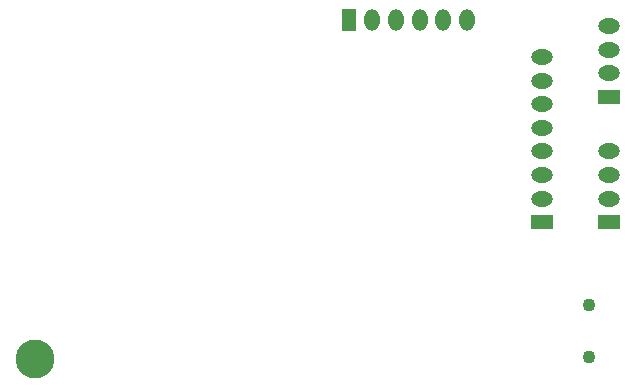
<source format=gbs>
G04 #@! TF.GenerationSoftware,KiCad,Pcbnew,5.0.0-rc2-dev-unknown-bf135b0~64~ubuntu16.04.1*
G04 #@! TF.CreationDate,2018-05-07T12:38:37+02:00*
G04 #@! TF.ProjectId,uwb_pcb,7577625F7063622E6B696361645F7063,rev?*
G04 #@! TF.SameCoordinates,Original*
G04 #@! TF.FileFunction,Soldermask,Bot*
G04 #@! TF.FilePolarity,Negative*
%FSLAX46Y46*%
G04 Gerber Fmt 4.6, Leading zero omitted, Abs format (unit mm)*
G04 Created by KiCad (PCBNEW 5.0.0-rc2-dev-unknown-bf135b0~64~ubuntu16.04.1) date Mon May  7 12:38:37 2018*
%MOMM*%
%LPD*%
G01*
G04 APERTURE LIST*
%ADD10R,1.850000X1.300000*%
%ADD11O,1.850000X1.300000*%
%ADD12C,3.300000*%
%ADD13R,1.300000X1.850000*%
%ADD14O,1.300000X1.850000*%
%ADD15C,1.100000*%
G04 APERTURE END LIST*
D10*
X134400000Y-52400000D03*
D11*
X134400000Y-50400000D03*
X134400000Y-48400000D03*
X134400000Y-46400000D03*
X134400000Y-44400000D03*
X134400000Y-42400000D03*
X134400000Y-40400000D03*
X134400000Y-38400000D03*
D12*
X91400000Y-64000000D03*
D11*
X140000000Y-46400000D03*
X140000000Y-48400000D03*
X140000000Y-50400000D03*
D10*
X140000000Y-52400000D03*
X140000000Y-41800000D03*
D11*
X140000000Y-39800000D03*
X140000000Y-37800000D03*
X140000000Y-35800000D03*
D13*
X118000000Y-35306000D03*
D14*
X120000000Y-35306000D03*
X122000000Y-35306000D03*
X124000000Y-35306000D03*
X126000000Y-35306000D03*
X128000000Y-35306000D03*
D15*
X138300000Y-63800000D03*
X138300000Y-59400000D03*
M02*

</source>
